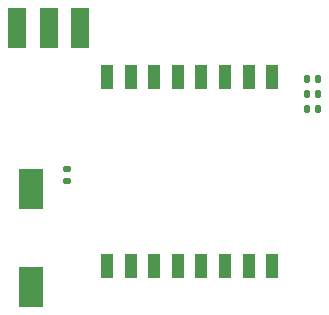
<source format=gbp>
%TF.GenerationSoftware,KiCad,Pcbnew,(6.0.1)*%
%TF.CreationDate,2022-03-04T16:45:31-06:00*%
%TF.ProjectId,samara,73616d61-7261-42e6-9b69-6361645f7063,rev?*%
%TF.SameCoordinates,PX7df6181PY82ce53f*%
%TF.FileFunction,Paste,Bot*%
%TF.FilePolarity,Positive*%
%FSLAX46Y46*%
G04 Gerber Fmt 4.6, Leading zero omitted, Abs format (unit mm)*
G04 Created by KiCad (PCBNEW (6.0.1)) date 2022-03-04 16:45:31*
%MOMM*%
%LPD*%
G01*
G04 APERTURE LIST*
G04 Aperture macros list*
%AMRoundRect*
0 Rectangle with rounded corners*
0 $1 Rounding radius*
0 $2 $3 $4 $5 $6 $7 $8 $9 X,Y pos of 4 corners*
0 Add a 4 corners polygon primitive as box body*
4,1,4,$2,$3,$4,$5,$6,$7,$8,$9,$2,$3,0*
0 Add four circle primitives for the rounded corners*
1,1,$1+$1,$2,$3*
1,1,$1+$1,$4,$5*
1,1,$1+$1,$6,$7*
1,1,$1+$1,$8,$9*
0 Add four rect primitives between the rounded corners*
20,1,$1+$1,$2,$3,$4,$5,0*
20,1,$1+$1,$4,$5,$6,$7,0*
20,1,$1+$1,$6,$7,$8,$9,0*
20,1,$1+$1,$8,$9,$2,$3,0*%
G04 Aperture macros list end*
%ADD10R,1.500000X3.500000*%
%ADD11RoundRect,0.140000X0.140000X0.170000X-0.140000X0.170000X-0.140000X-0.170000X0.140000X-0.170000X0*%
%ADD12RoundRect,0.140000X-0.140000X-0.170000X0.140000X-0.170000X0.140000X0.170000X-0.140000X0.170000X0*%
%ADD13RoundRect,0.135000X-0.185000X0.135000X-0.185000X-0.135000X0.185000X-0.135000X0.185000X0.135000X0*%
%ADD14R,1.998980X3.497580*%
%ADD15R,1.000000X2.000000*%
G04 APERTURE END LIST*
D10*
%TO.C,J2*%
X3047999Y26161999D03*
X347999Y26161999D03*
X5747999Y26161999D03*
%TD*%
D11*
%TO.C,C12*%
X25879999Y20573999D03*
X24919999Y20573999D03*
%TD*%
D12*
%TO.C,C5*%
X24919999Y19303999D03*
X25879999Y19303999D03*
%TD*%
D11*
%TO.C,C11*%
X25879999Y21843999D03*
X24919999Y21843999D03*
%TD*%
D13*
%TO.C,R13*%
X4571999Y14225999D03*
X4571999Y13205999D03*
%TD*%
D14*
%TO.C,LS1*%
X1523999Y12529819D03*
X1523999Y4234179D03*
%TD*%
D15*
%TO.C,U5*%
X21985999Y5969999D03*
X19985999Y5969999D03*
X17985999Y5969999D03*
X15985999Y5969999D03*
X13985999Y5969999D03*
X11985999Y5969999D03*
X9985999Y5969999D03*
X7985999Y5969999D03*
X7985999Y21969999D03*
X9985999Y21969999D03*
X11985999Y21969999D03*
X13985999Y21969999D03*
X15985999Y21969999D03*
X17985999Y21969999D03*
X19985999Y21969999D03*
X21985999Y21969999D03*
%TD*%
M02*

</source>
